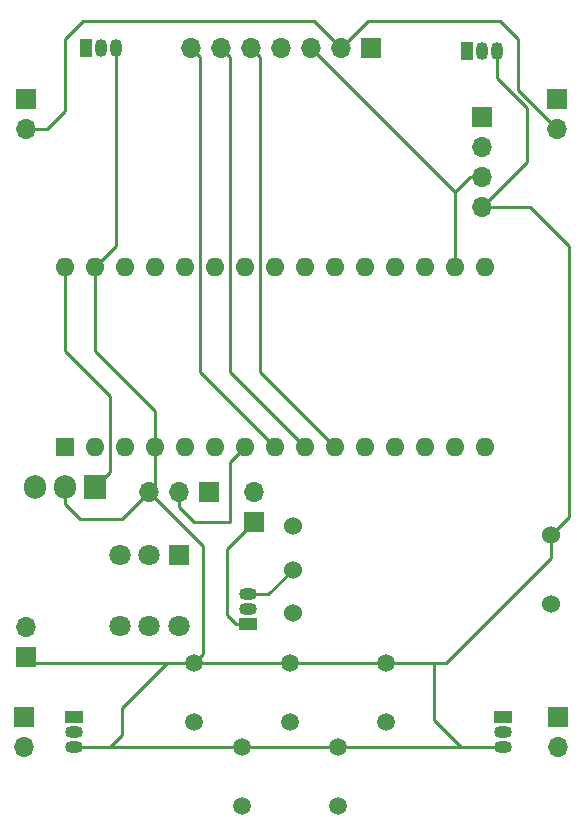
<source format=gbr>
%TF.GenerationSoftware,KiCad,Pcbnew,7.0.7*%
%TF.CreationDate,2025-03-26T10:17:06+05:30*%
%TF.ProjectId,VibAndHeat_Version1,56696241-6e64-4486-9561-745f56657273,rev?*%
%TF.SameCoordinates,Original*%
%TF.FileFunction,Copper,L2,Bot*%
%TF.FilePolarity,Positive*%
%FSLAX46Y46*%
G04 Gerber Fmt 4.6, Leading zero omitted, Abs format (unit mm)*
G04 Created by KiCad (PCBNEW 7.0.7) date 2025-03-26 10:17:06*
%MOMM*%
%LPD*%
G01*
G04 APERTURE LIST*
%TA.AperFunction,ComponentPad*%
%ADD10R,1.500000X1.050000*%
%TD*%
%TA.AperFunction,ComponentPad*%
%ADD11O,1.500000X1.050000*%
%TD*%
%TA.AperFunction,ComponentPad*%
%ADD12R,1.700000X1.700000*%
%TD*%
%TA.AperFunction,ComponentPad*%
%ADD13O,1.700000X1.700000*%
%TD*%
%TA.AperFunction,ComponentPad*%
%ADD14R,1.600000X1.600000*%
%TD*%
%TA.AperFunction,ComponentPad*%
%ADD15O,1.600000X1.600000*%
%TD*%
%TA.AperFunction,ComponentPad*%
%ADD16R,1.050000X1.500000*%
%TD*%
%TA.AperFunction,ComponentPad*%
%ADD17O,1.050000X1.500000*%
%TD*%
%TA.AperFunction,ComponentPad*%
%ADD18R,1.905000X2.000000*%
%TD*%
%TA.AperFunction,ComponentPad*%
%ADD19O,1.905000X2.000000*%
%TD*%
%TA.AperFunction,ComponentPad*%
%ADD20C,1.524000*%
%TD*%
%TA.AperFunction,ComponentPad*%
%ADD21C,1.508000*%
%TD*%
%TA.AperFunction,ComponentPad*%
%ADD22R,1.800000X1.800000*%
%TD*%
%TA.AperFunction,ComponentPad*%
%ADD23C,1.800000*%
%TD*%
%TA.AperFunction,Conductor*%
%ADD24C,0.250000*%
%TD*%
G04 APERTURE END LIST*
D10*
%TO.P,Q2,1,E*%
%TO.N,Net-(J2-Pin_1)*%
X121158000Y-123698000D03*
D11*
%TO.P,Q2,2,B*%
%TO.N,VT-Motor*%
X121158000Y-124968000D03*
%TO.P,Q2,3,C*%
%TO.N,GND*%
X121158000Y-126238000D03*
%TD*%
D12*
%TO.P,J3,1,Pin_1*%
%TO.N,Net-(J3-Pin_1)*%
X162052000Y-71374000D03*
D13*
%TO.P,J3,2,Pin_2*%
%TO.N,Input_5v*%
X162052000Y-73914000D03*
%TD*%
D14*
%TO.P,Microcontroller1,1,D1/TX*%
%TO.N,unconnected-(Microcontroller1-D1{slash}TX-Pad1)*%
X120396000Y-100838000D03*
D15*
%TO.P,Microcontroller1,2,D0/RX*%
%TO.N,unconnected-(Microcontroller1-D0{slash}RX-Pad2)*%
X122936000Y-100838000D03*
%TO.P,Microcontroller1,3,~{RESET}*%
%TO.N,unconnected-(Microcontroller1-~{RESET}-Pad3)*%
X125476000Y-100838000D03*
%TO.P,Microcontroller1,4,GND*%
%TO.N,GND*%
X128016000Y-100838000D03*
%TO.P,Microcontroller1,5,D2*%
%TO.N,VT-Motor*%
X130556000Y-100838000D03*
%TO.P,Microcontroller1,6,D3*%
%TO.N,HT-Heater*%
X133096000Y-100838000D03*
%TO.P,Microcontroller1,7,D4*%
%TO.N,HT-Sensor*%
X135636000Y-100838000D03*
%TO.P,Microcontroller1,8,D5*%
%TO.N,TT-Enable*%
X138176000Y-100838000D03*
%TO.P,Microcontroller1,9,D6*%
%TO.N,TT-Input1*%
X140716000Y-100838000D03*
%TO.P,Microcontroller1,10,D7*%
%TO.N,TT-Input2*%
X143256000Y-100838000D03*
%TO.P,Microcontroller1,11,D8*%
%TO.N,SW-Start*%
X145796000Y-100838000D03*
%TO.P,Microcontroller1,12,D9*%
%TO.N,SW-Reset*%
X148336000Y-100838000D03*
%TO.P,Microcontroller1,13,D10*%
%TO.N,SW-Vibration*%
X150876000Y-100838000D03*
%TO.P,Microcontroller1,14,D11*%
%TO.N,SW-Heat*%
X153416000Y-100838000D03*
%TO.P,Microcontroller1,15,D12*%
%TO.N,SW-Tens*%
X155956000Y-100838000D03*
%TO.P,Microcontroller1,16,D13*%
%TO.N,unconnected-(Microcontroller1-D13-Pad16)*%
X155956000Y-85598000D03*
%TO.P,Microcontroller1,17,3V3*%
%TO.N,Output-3v3*%
X153416000Y-85598000D03*
%TO.P,Microcontroller1,18,AREF*%
%TO.N,unconnected-(Microcontroller1-AREF-Pad18)*%
X150876000Y-85598000D03*
%TO.P,Microcontroller1,19,A0*%
%TO.N,unconnected-(Microcontroller1-A0-Pad19)*%
X148336000Y-85598000D03*
%TO.P,Microcontroller1,20,A1*%
%TO.N,unconnected-(Microcontroller1-A1-Pad20)*%
X145796000Y-85598000D03*
%TO.P,Microcontroller1,21,A2*%
%TO.N,unconnected-(Microcontroller1-A2-Pad21)*%
X143256000Y-85598000D03*
%TO.P,Microcontroller1,22,A3*%
%TO.N,unconnected-(Microcontroller1-A3-Pad22)*%
X140716000Y-85598000D03*
%TO.P,Microcontroller1,23,A4*%
%TO.N,SDA_Display*%
X138176000Y-85598000D03*
%TO.P,Microcontroller1,24,A5*%
%TO.N,SCL_Display*%
X135636000Y-85598000D03*
%TO.P,Microcontroller1,25,A6*%
%TO.N,unconnected-(Microcontroller1-A6-Pad25)*%
X133096000Y-85598000D03*
%TO.P,Microcontroller1,26,A7*%
%TO.N,unconnected-(Microcontroller1-A7-Pad26)*%
X130556000Y-85598000D03*
%TO.P,Microcontroller1,27,+5V*%
%TO.N,unconnected-(Microcontroller1-+5V-Pad27)*%
X128016000Y-85598000D03*
%TO.P,Microcontroller1,28,~{RESET}*%
%TO.N,unconnected-(Microcontroller1-~{RESET}-Pad28)*%
X125476000Y-85598000D03*
%TO.P,Microcontroller1,29,GND*%
%TO.N,GND*%
X122936000Y-85598000D03*
%TO.P,Microcontroller1,30,VIN*%
%TO.N,Input_7v4*%
X120396000Y-85598000D03*
%TD*%
D12*
%TO.P,J1,1,Pin_1*%
%TO.N,Net-(J1-Pin_1)*%
X117094000Y-71374000D03*
D13*
%TO.P,J1,2,Pin_2*%
%TO.N,Input_5v*%
X117094000Y-73914000D03*
%TD*%
D16*
%TO.P,Q1,1,E*%
%TO.N,Net-(J1-Pin_1)*%
X122174000Y-67056000D03*
D17*
%TO.P,Q1,2,B*%
%TO.N,VT-Motor*%
X123444000Y-67056000D03*
%TO.P,Q1,3,C*%
%TO.N,GND*%
X124714000Y-67056000D03*
%TD*%
D12*
%TO.P,J6,1,Pin_1*%
%TO.N,GND*%
X117094000Y-118618000D03*
D13*
%TO.P,J6,2,Pin_2*%
%TO.N,Net-(J6-Pin_2)*%
X117094000Y-116078000D03*
%TD*%
D10*
%TO.P,Q5,1,E*%
%TO.N,Net-(J5-Pin_1)*%
X135890000Y-115824000D03*
D11*
%TO.P,Q5,2,B*%
%TO.N,HT-Heater*%
X135890000Y-114554000D03*
%TO.P,Q5,3,C*%
%TO.N,Net-(Q5-C)*%
X135890000Y-113284000D03*
%TD*%
D16*
%TO.P,Q3,1,E*%
%TO.N,Net-(J3-Pin_1)*%
X154432000Y-67310000D03*
D17*
%TO.P,Q3,2,B*%
%TO.N,VT-Motor*%
X155702000Y-67310000D03*
%TO.P,Q3,3,C*%
%TO.N,GND*%
X156972000Y-67310000D03*
%TD*%
D18*
%TO.P,U3,1,IN*%
%TO.N,Input_7v4*%
X122936000Y-104211000D03*
D19*
%TO.P,U3,2,GND*%
%TO.N,GND*%
X120396000Y-104211000D03*
%TO.P,U3,3,OUT*%
%TO.N,Input_5v*%
X117856000Y-104211000D03*
%TD*%
D20*
%TO.P,U2,1,VIN*%
%TO.N,Input_5v*%
X161544000Y-114124000D03*
%TO.P,U2,2,GND1*%
%TO.N,GND*%
X161544000Y-108282000D03*
%TO.P,U2,3,VOUT+*%
%TO.N,Net-(J5-Pin_2)*%
X139700000Y-114886000D03*
%TO.P,U2,4,GND2*%
%TO.N,Net-(Q5-C)*%
X139700000Y-111203000D03*
%TO.P,U2,5,VOUT-*%
%TO.N,unconnected-(U2-VOUT--Pad5)*%
X139700000Y-107520000D03*
%TD*%
D12*
%TO.P,J4,1,Pin_1*%
%TO.N,Net-(J4-Pin_1)*%
X162158000Y-123698000D03*
D13*
%TO.P,J4,2,Pin_2*%
%TO.N,Input_5v*%
X162158000Y-126238000D03*
%TD*%
D12*
%TO.P,J2,1,Pin_1*%
%TO.N,Net-(J2-Pin_1)*%
X116946000Y-123698000D03*
D13*
%TO.P,J2,2,Pin_2*%
%TO.N,Input_5v*%
X116946000Y-126238000D03*
%TD*%
D10*
%TO.P,Q4,1,E*%
%TO.N,Net-(J4-Pin_1)*%
X157480000Y-123698000D03*
D11*
%TO.P,Q4,2,B*%
%TO.N,VT-Motor*%
X157480000Y-124968000D03*
%TO.P,Q4,3,C*%
%TO.N,GND*%
X157480000Y-126238000D03*
%TD*%
D12*
%TO.P,U1,1,VCC*%
%TO.N,Input_5v*%
X132588000Y-104648000D03*
D13*
%TO.P,U1,2,IO*%
%TO.N,HT-Sensor*%
X130048000Y-104648000D03*
%TO.P,U1,3,GND*%
%TO.N,GND*%
X127508000Y-104648000D03*
%TD*%
D21*
%TO.P,Button5,1*%
%TO.N,SW-Tens*%
X147574000Y-124126000D03*
%TO.P,Button5,2*%
%TO.N,GND*%
X147574000Y-119126000D03*
%TD*%
D12*
%TO.P,J7,1,Pin_1*%
%TO.N,SDA_Display*%
X155702000Y-72898000D03*
D13*
%TO.P,J7,2,Pin_2*%
%TO.N,SCL_Display*%
X155702000Y-75438000D03*
%TO.P,J7,3,Pin_3*%
%TO.N,Output-3v3*%
X155702000Y-77978000D03*
%TO.P,J7,4,Pin_4*%
%TO.N,GND*%
X155702000Y-80518000D03*
%TD*%
D21*
%TO.P,Button2,1*%
%TO.N,SW-Reset*%
X143510000Y-131238000D03*
%TO.P,Button2,2*%
%TO.N,GND*%
X143510000Y-126238000D03*
%TD*%
%TO.P,Button4,1*%
%TO.N,SW-Heat*%
X139446000Y-124126000D03*
%TO.P,Button4,2*%
%TO.N,GND*%
X139446000Y-119126000D03*
%TD*%
%TO.P,Button3,1*%
%TO.N,SW-Vibration*%
X131318000Y-124126000D03*
%TO.P,Button3,2*%
%TO.N,GND*%
X131318000Y-119126000D03*
%TD*%
%TO.P,Button1,1*%
%TO.N,SW-Start*%
X135382000Y-131238000D03*
%TO.P,Button1,2*%
%TO.N,GND*%
X135382000Y-126238000D03*
%TD*%
D22*
%TO.P,SW1,1,A*%
%TO.N,unconnected-(SW1-A-Pad1)*%
X130048000Y-109982000D03*
D23*
%TO.P,SW1,2,B*%
%TO.N,Net-(J6-Pin_2)*%
X127548000Y-109982000D03*
%TO.P,SW1,3,C*%
%TO.N,Input_7v4*%
X125048000Y-109982000D03*
%TO.P,SW1,4,A*%
%TO.N,unconnected-(SW1-A-Pad4)*%
X130048000Y-115982000D03*
%TO.P,SW1,5,B*%
%TO.N,unconnected-(SW1-B-Pad5)*%
X127548000Y-115982000D03*
%TO.P,SW1,6,C*%
%TO.N,unconnected-(SW1-C-Pad6)*%
X125048000Y-115982000D03*
%TD*%
D12*
%TO.P,J8,1,Pin_1*%
%TO.N,Input_7v4*%
X146309000Y-67056000D03*
D13*
%TO.P,J8,2,Pin_2*%
%TO.N,Input_5v*%
X143769000Y-67056000D03*
%TO.P,J8,3,Pin_3*%
%TO.N,Output-3v3*%
X141229000Y-67056000D03*
%TO.P,J8,4,Pin_4*%
%TO.N,GND*%
X138689000Y-67056000D03*
%TO.P,J8,5,Pin_5*%
%TO.N,TT-Input2*%
X136149000Y-67056000D03*
%TO.P,J8,6,Pin_6*%
%TO.N,TT-Input1*%
X133609000Y-67056000D03*
%TO.P,J8,7,Pin_7*%
%TO.N,TT-Enable*%
X131069000Y-67056000D03*
%TD*%
D12*
%TO.P,J5,1,Pin_1*%
%TO.N,Net-(J5-Pin_1)*%
X136398000Y-107193000D03*
D13*
%TO.P,J5,2,Pin_2*%
%TO.N,Net-(J5-Pin_2)*%
X136398000Y-104653000D03*
%TD*%
D24*
%TO.N,GND*%
X122936000Y-92710000D02*
X122936000Y-85598000D01*
X117602000Y-119126000D02*
X117094000Y-118618000D01*
X135382000Y-126238000D02*
X143510000Y-126238000D01*
X149606000Y-119126000D02*
X147574000Y-119126000D01*
X157480000Y-126238000D02*
X153924000Y-126238000D01*
X131318000Y-119126000D02*
X139446000Y-119126000D01*
X151638000Y-123952000D02*
X151638000Y-119126000D01*
X127508000Y-103886000D02*
X127508000Y-104648000D01*
X128016000Y-100838000D02*
X128016000Y-97790000D01*
X159766000Y-80518000D02*
X155702000Y-80518000D01*
X128016000Y-97790000D02*
X122936000Y-92710000D01*
X131318000Y-119126000D02*
X132080000Y-118364000D01*
X124206000Y-126238000D02*
X125222000Y-125222000D01*
X121158000Y-126238000D02*
X124206000Y-126238000D01*
X161544000Y-110236000D02*
X152654000Y-119126000D01*
X128016000Y-104140000D02*
X127508000Y-104648000D01*
X135382000Y-126238000D02*
X124206000Y-126238000D01*
X129032000Y-119126000D02*
X129286000Y-119126000D01*
X120396000Y-105664000D02*
X121666000Y-106934000D01*
X155702000Y-80518000D02*
X159512000Y-76708000D01*
X124714000Y-83820000D02*
X122936000Y-85598000D01*
X161544000Y-108282000D02*
X161544000Y-110236000D01*
X132080000Y-118364000D02*
X132080000Y-109220000D01*
X163068000Y-106758000D02*
X163068000Y-83820000D01*
X121666000Y-106934000D02*
X125222000Y-106934000D01*
X125222000Y-125222000D02*
X125222000Y-122936000D01*
X128016000Y-100838000D02*
X128016000Y-104140000D01*
X163068000Y-83820000D02*
X159766000Y-80518000D01*
X152654000Y-119126000D02*
X149606000Y-119126000D01*
X151638000Y-119126000D02*
X149606000Y-119126000D01*
X125222000Y-122936000D02*
X129032000Y-119126000D01*
X120396000Y-104211000D02*
X120396000Y-105664000D01*
X161544000Y-108282000D02*
X163068000Y-106758000D01*
X159512000Y-76708000D02*
X159512000Y-72136000D01*
X156972000Y-69596000D02*
X156972000Y-67310000D01*
X153924000Y-126238000D02*
X151638000Y-123952000D01*
X143510000Y-126238000D02*
X157480000Y-126238000D01*
X124714000Y-67056000D02*
X124714000Y-83820000D01*
X131318000Y-119126000D02*
X117602000Y-119126000D01*
X132080000Y-109220000D02*
X127508000Y-104648000D01*
X125222000Y-106934000D02*
X127508000Y-104648000D01*
X147574000Y-119126000D02*
X139446000Y-119126000D01*
X159512000Y-72136000D02*
X156972000Y-69596000D01*
%TO.N,Input_7v4*%
X120396000Y-92710000D02*
X120396000Y-85598000D01*
X122936000Y-104211000D02*
X124206000Y-102941000D01*
X124206000Y-96520000D02*
X120396000Y-92710000D01*
X124206000Y-102941000D02*
X124206000Y-96520000D01*
%TO.N,Net-(J5-Pin_1)*%
X134112000Y-115062000D02*
X134874000Y-115824000D01*
X136398000Y-107193000D02*
X134112000Y-109479000D01*
X134112000Y-109479000D02*
X134112000Y-115062000D01*
X134874000Y-115824000D02*
X135890000Y-115824000D01*
%TO.N,HT-Sensor*%
X134366000Y-107188000D02*
X134366000Y-102108000D01*
X130048000Y-105918000D02*
X131318000Y-107188000D01*
X131318000Y-107188000D02*
X134366000Y-107188000D01*
X130048000Y-104648000D02*
X130048000Y-105918000D01*
X134366000Y-102108000D02*
X135636000Y-100838000D01*
%TO.N,TT-Enable*%
X131826000Y-67813000D02*
X131069000Y-67056000D01*
X138176000Y-100838000D02*
X131826000Y-94488000D01*
X131826000Y-94488000D02*
X131826000Y-67813000D01*
%TO.N,TT-Input1*%
X134366000Y-67813000D02*
X133609000Y-67056000D01*
X134366000Y-94488000D02*
X134366000Y-67813000D01*
X140716000Y-100838000D02*
X134366000Y-94488000D01*
%TO.N,TT-Input2*%
X136906000Y-67813000D02*
X136149000Y-67056000D01*
X143256000Y-100838000D02*
X136906000Y-94488000D01*
X136906000Y-94488000D02*
X136906000Y-67813000D01*
%TO.N,Output-3v3*%
X155702000Y-77978000D02*
X154686000Y-77978000D01*
X153416000Y-80264000D02*
X153416000Y-85598000D01*
X141229000Y-67061000D02*
X153416000Y-79248000D01*
X153416000Y-79248000D02*
X153416000Y-80264000D01*
X141229000Y-67056000D02*
X141229000Y-67061000D01*
X154686000Y-77978000D02*
X153416000Y-79248000D01*
%TO.N,Net-(Q5-C)*%
X137619000Y-113284000D02*
X139700000Y-111203000D01*
X135890000Y-113284000D02*
X137619000Y-113284000D01*
%TO.N,Input_5v*%
X118872000Y-73914000D02*
X120396000Y-72390000D01*
X120396000Y-72390000D02*
X120396000Y-66294000D01*
X143769000Y-67051000D02*
X146050000Y-64770000D01*
X158750000Y-70612000D02*
X162052000Y-73914000D01*
X120396000Y-66294000D02*
X121920000Y-64770000D01*
X158750000Y-66294000D02*
X158750000Y-70612000D01*
X157226000Y-64770000D02*
X158750000Y-66294000D01*
X143769000Y-67056000D02*
X143769000Y-67051000D01*
X121920000Y-64770000D02*
X141483000Y-64770000D01*
X146050000Y-64770000D02*
X157226000Y-64770000D01*
X141483000Y-64770000D02*
X143769000Y-67056000D01*
X117094000Y-73914000D02*
X118872000Y-73914000D01*
%TD*%
M02*

</source>
